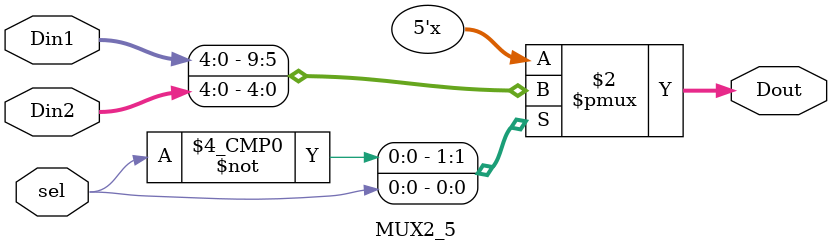
<source format=v>

module  MUX2_5(Din1,Din2,sel,Dout);
parameter SIZE=5;

input [SIZE-1:0] Din1,Din2;
input sel;
output  reg [SIZE-1:0] Dout;
always@(*)begin
    case(sel)
        1'b0: Dout<=Din1;
        1'b1: Dout<=Din2;
        default: Dout<=Din1;
    endcase    
end

endmodule
</source>
